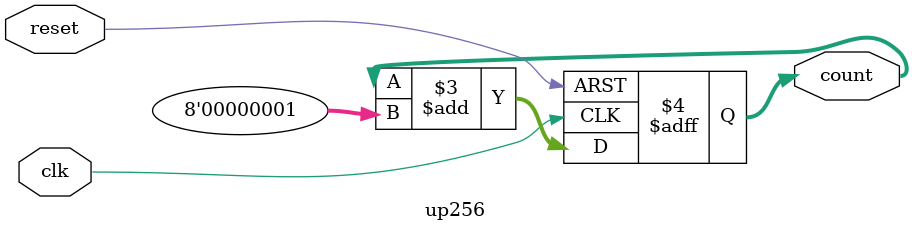
<source format=v>

module up256 (clk, reset, count);
	input clk, reset;
	output [7:0] count;
	reg [7:0] count;

always @ (posedge clk or negedge reset)
  if (~reset)
     count = 8'h00;
  else
     count <= count + 8'h01;
endmodule

</source>
